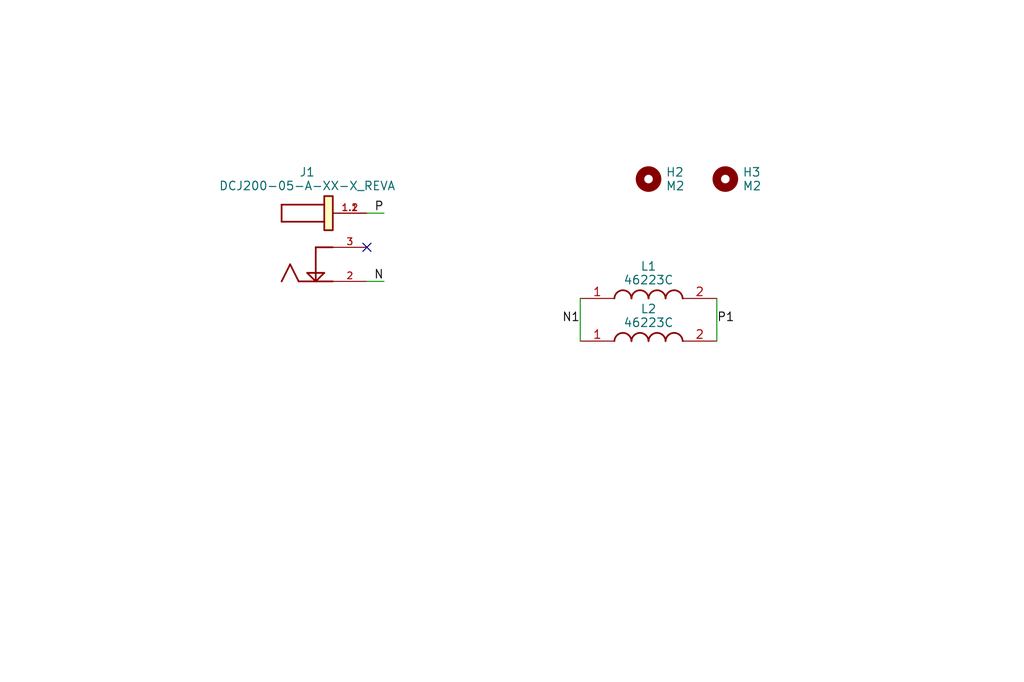
<source format=kicad_sch>
(kicad_sch (version 20230121) (generator eeschema)

  (uuid 24c45a69-1309-4a66-85dc-bd4044729c6d)

  (paper "User" 152.4 101.6)

  (lib_symbols
    (symbol "46223C:46223C" (pin_names hide) (in_bom yes) (on_board yes)
      (property "Reference" "L" (at 16.51 6.35 0)
        (effects (font (size 1.27 1.27)) (justify left top))
      )
      (property "Value" "46223C" (at 16.51 3.81 0)
        (effects (font (size 1.27 1.27)) (justify left top))
      )
      (property "Footprint" "INDPM7373X455N" (at 16.51 -96.19 0)
        (effects (font (size 1.27 1.27)) (justify left top) hide)
      )
      (property "Datasheet" "https://componentsearchengine.com/Datasheets/2/46223C.pdf" (at 16.51 -196.19 0)
        (effects (font (size 1.27 1.27)) (justify left top) hide)
      )
      (property "Height" "4.55" (at 16.51 -396.19 0)
        (effects (font (size 1.27 1.27)) (justify left top) hide)
      )
      (property "Mouser Part Number" "580-46223C" (at 16.51 -496.19 0)
        (effects (font (size 1.27 1.27)) (justify left top) hide)
      )
      (property "Mouser Price/Stock" "https://www.mouser.co.uk/ProductDetail/Murata-Power-Solutions/46223C?qs=ocmcTMnGEDhS84zdp8RtuA%3D%3D" (at 16.51 -596.19 0)
        (effects (font (size 1.27 1.27)) (justify left top) hide)
      )
      (property "Manufacturer_Name" "Murata Electronics" (at 16.51 -696.19 0)
        (effects (font (size 1.27 1.27)) (justify left top) hide)
      )
      (property "Manufacturer_Part_Number" "46223C" (at 16.51 -796.19 0)
        (effects (font (size 1.27 1.27)) (justify left top) hide)
      )
      (property "ki_description" "Fixed Inductors 22uH 1.8A SMT" (at 0 0 0)
        (effects (font (size 1.27 1.27)) hide)
      )
      (symbol "46223C_1_1"
        (arc (start 7.62 0) (mid 6.35 1.219) (end 5.08 0)
          (stroke (width 0.254) (type default))
          (fill (type none))
        )
        (arc (start 10.16 0) (mid 8.89 1.219) (end 7.62 0)
          (stroke (width 0.254) (type default))
          (fill (type none))
        )
        (arc (start 12.7 0) (mid 11.43 1.219) (end 10.16 0)
          (stroke (width 0.254) (type default))
          (fill (type none))
        )
        (arc (start 15.24 0) (mid 13.97 1.219) (end 12.7 0)
          (stroke (width 0.254) (type default))
          (fill (type none))
        )
        (pin passive line (at 0 0 0) (length 5.08)
          (name "1" (effects (font (size 1.27 1.27))))
          (number "1" (effects (font (size 1.27 1.27))))
        )
        (pin passive line (at 20.32 0 180) (length 5.08)
          (name "2" (effects (font (size 1.27 1.27))))
          (number "2" (effects (font (size 1.27 1.27))))
        )
      )
    )
    (symbol "DCJ200-05-A-XX-X_REVA:DCJ200-05-A-XX-X_REVA" (pin_names (offset 1.016)) (in_bom yes) (on_board yes)
      (property "Reference" "J" (at -5.0869 7.6304 0)
        (effects (font (size 1.27 1.27)) (justify left bottom))
      )
      (property "Value" "DCJ200-05-A-XX-X_REVA" (at -5.0876 -7.6314 0)
        (effects (font (size 1.27 1.27)) (justify left bottom))
      )
      (property "Footprint" "DCJ200-05-A-XX-X_REVA:GCT_DCJ200-05-A-XX-X_REVA" (at -2.54 16.51 0)
        (effects (font (size 1.27 1.27)) (justify bottom) hide)
      )
      (property "Datasheet" "" (at 0 0 0)
        (effects (font (size 1.27 1.27)) hide)
      )
      (property "MF" "Global Connector Technology" (at -1.27 12.7 0)
        (effects (font (size 1.27 1.27)) (justify bottom) hide)
      )
      (property "Description" "\nPower Barrel Connector Jack 2.05mm ID (0.081), 5.50mm OD (0.217) Surface Mount, Right Angle\n" (at 1.27 20.32 0)
        (effects (font (size 1.27 1.27)) (justify bottom) hide)
      )
      (property "Package" "None" (at -6.35 25.4 0)
        (effects (font (size 1.27 1.27)) (justify bottom) hide)
      )
      (property "Price" "None" (at 19.05 11.43 0)
        (effects (font (size 1.27 1.27)) (justify bottom) hide)
      )
      (property "Check_prices" "https://www.snapeda.com/parts/DCJ200-05-A-K1-A/Global+Connector+Technology/view-part/?ref=eda" (at -7.62 19.05 0)
        (effects (font (size 1.27 1.27)) (justify bottom) hide)
      )
      (property "SnapEDA_Link" "https://www.snapeda.com/parts/DCJ200-05-A-K1-A/Global+Connector+Technology/view-part/?ref=snap" (at -1.27 15.24 0)
        (effects (font (size 1.27 1.27)) (justify bottom) hide)
      )
      (property "MP" "DCJ200-05-A-K1-A" (at 0 10.16 0)
        (effects (font (size 1.27 1.27)) (justify bottom) hide)
      )
      (property "Availability" "In Stock" (at 6.35 24.13 0)
        (effects (font (size 1.27 1.27)) (justify bottom) hide)
      )
      (property "MANUFACTURER" "GCT" (at 26.67 11.43 0)
        (effects (font (size 1.27 1.27)) (justify bottom) hide)
      )
      (symbol "DCJ200-05-A-XX-X_REVA_0_0"
        (polyline
          (pts
            (xy -5.08 3.81)
            (xy -5.08 6.35)
          )
          (stroke (width 0.254) (type default))
          (fill (type none))
        )
        (polyline
          (pts
            (xy -5.08 3.81)
            (xy 1.27 3.81)
          )
          (stroke (width 0.254) (type default))
          (fill (type none))
        )
        (polyline
          (pts
            (xy -3.81 -2.54)
            (xy -5.08 -5.08)
          )
          (stroke (width 0.254) (type default))
          (fill (type none))
        )
        (polyline
          (pts
            (xy -2.54 -5.08)
            (xy -3.81 -2.54)
          )
          (stroke (width 0.254) (type default))
          (fill (type none))
        )
        (polyline
          (pts
            (xy -1.27 -3.81)
            (xy 1.27 -3.81)
          )
          (stroke (width 0.254) (type default))
          (fill (type none))
        )
        (polyline
          (pts
            (xy 0 -5.08)
            (xy -1.27 -3.81)
          )
          (stroke (width 0.254) (type default))
          (fill (type none))
        )
        (polyline
          (pts
            (xy 0 0)
            (xy 0 -5.08)
          )
          (stroke (width 0.254) (type default))
          (fill (type none))
        )
        (polyline
          (pts
            (xy 1.27 -3.81)
            (xy 0 -5.08)
          )
          (stroke (width 0.254) (type default))
          (fill (type none))
        )
        (polyline
          (pts
            (xy 1.27 6.35)
            (xy -5.08 6.35)
          )
          (stroke (width 0.254) (type default))
          (fill (type none))
        )
        (polyline
          (pts
            (xy 2.54 -5.08)
            (xy -2.54 -5.08)
          )
          (stroke (width 0.254) (type default))
          (fill (type none))
        )
        (polyline
          (pts
            (xy 2.54 0)
            (xy 0 0)
          )
          (stroke (width 0.254) (type default))
          (fill (type none))
        )
        (rectangle (start 1.27 7.62) (end 2.54 2.54)
          (stroke (width 0.254) (type default))
          (fill (type background))
        )
        (pin passive line (at 7.62 5.08 180) (length 5.08)
          (name "~" (effects (font (size 1.016 1.016))))
          (number "1.1" (effects (font (size 1.016 1.016))))
        )
        (pin passive line (at 7.62 5.08 180) (length 5.08)
          (name "~" (effects (font (size 1.016 1.016))))
          (number "1.2" (effects (font (size 1.016 1.016))))
        )
        (pin passive line (at 7.62 -5.08 180) (length 5.08)
          (name "~" (effects (font (size 1.016 1.016))))
          (number "2" (effects (font (size 1.016 1.016))))
        )
        (pin passive line (at 7.62 0 180) (length 5.08)
          (name "~" (effects (font (size 1.016 1.016))))
          (number "3" (effects (font (size 1.016 1.016))))
        )
      )
    )
    (symbol "Mechanical:MountingHole" (pin_names (offset 1.016)) (in_bom yes) (on_board yes)
      (property "Reference" "H" (at 0 5.08 0)
        (effects (font (size 1.27 1.27)))
      )
      (property "Value" "MountingHole" (at 0 3.175 0)
        (effects (font (size 1.27 1.27)))
      )
      (property "Footprint" "" (at 0 0 0)
        (effects (font (size 1.27 1.27)) hide)
      )
      (property "Datasheet" "~" (at 0 0 0)
        (effects (font (size 1.27 1.27)) hide)
      )
      (property "ki_keywords" "mounting hole" (at 0 0 0)
        (effects (font (size 1.27 1.27)) hide)
      )
      (property "ki_description" "Mounting Hole without connection" (at 0 0 0)
        (effects (font (size 1.27 1.27)) hide)
      )
      (property "ki_fp_filters" "MountingHole*" (at 0 0 0)
        (effects (font (size 1.27 1.27)) hide)
      )
      (symbol "MountingHole_0_1"
        (circle (center 0 0) (radius 1.27)
          (stroke (width 1.27) (type default))
          (fill (type none))
        )
      )
    )
  )


  (no_connect (at 54.61 36.83) (uuid b9d9525b-f321-4921-b361-6034a5ce96e5))

  (wire (pts (xy 86.36 44.45) (xy 86.36 50.8))
    (stroke (width 0) (type default))
    (uuid 26c96056-c6d8-457b-9e53-65d1f8ade1a5)
  )
  (wire (pts (xy 106.68 44.45) (xy 106.68 50.8))
    (stroke (width 0) (type default))
    (uuid 43dc1380-e109-415b-8698-fc5142a8fba8)
  )
  (wire (pts (xy 54.61 41.91) (xy 57.15 41.91))
    (stroke (width 0) (type default))
    (uuid 91a9fcbd-ab9f-4594-9fae-9ec3332a26e6)
  )
  (wire (pts (xy 54.61 31.75) (xy 57.15 31.75))
    (stroke (width 0) (type default))
    (uuid e9cb2e7b-39e7-451d-8763-723327e23854)
  )

  (label "P1" (at 106.68 48.26 0) (fields_autoplaced)
    (effects (font (size 1.27 1.27)) (justify left bottom))
    (uuid 176ac41b-0bb9-41ed-bb1f-e05a09509191)
  )
  (label "N" (at 57.15 41.91 180) (fields_autoplaced)
    (effects (font (size 1.27 1.27)) (justify right bottom))
    (uuid 69c39a0c-3eb6-40b0-a68d-35481538b53f)
  )
  (label "P" (at 57.15 31.75 180) (fields_autoplaced)
    (effects (font (size 1.27 1.27)) (justify right bottom))
    (uuid b5322e38-850e-42b2-be01-7a8a921bd446)
  )
  (label "N1" (at 86.36 48.26 180) (fields_autoplaced)
    (effects (font (size 1.27 1.27)) (justify right bottom))
    (uuid f6881445-2510-4d90-b719-5393db2b7a56)
  )

  (symbol (lib_id "46223C:46223C") (at 86.36 44.45 0) (unit 1)
    (in_bom yes) (on_board yes) (dnp no) (fields_autoplaced)
    (uuid 3104ea8b-a90d-4029-be4a-18af3ff11829)
    (property "Reference" "L1" (at 96.52 39.651 0)
      (effects (font (size 1.27 1.27)))
    )
    (property "Value" "46223C" (at 96.52 41.699 0)
      (effects (font (size 1.27 1.27)))
    )
    (property "Footprint" "Mylib:INDPM7373X455N" (at 102.87 140.64 0)
      (effects (font (size 1.27 1.27)) (justify left top) hide)
    )
    (property "Datasheet" "https://componentsearchengine.com/Datasheets/2/46223C.pdf" (at 102.87 240.64 0)
      (effects (font (size 1.27 1.27)) (justify left top) hide)
    )
    (property "Height" "4.55" (at 102.87 440.64 0)
      (effects (font (size 1.27 1.27)) (justify left top) hide)
    )
    (property "Mouser Part Number" "580-46223C" (at 102.87 540.64 0)
      (effects (font (size 1.27 1.27)) (justify left top) hide)
    )
    (property "Mouser Price/Stock" "https://www.mouser.co.uk/ProductDetail/Murata-Power-Solutions/46223C?qs=ocmcTMnGEDhS84zdp8RtuA%3D%3D" (at 102.87 640.64 0)
      (effects (font (size 1.27 1.27)) (justify left top) hide)
    )
    (property "Manufacturer_Name" "Murata Electronics" (at 102.87 740.64 0)
      (effects (font (size 1.27 1.27)) (justify left top) hide)
    )
    (property "Manufacturer_Part_Number" "46223C" (at 102.87 840.64 0)
      (effects (font (size 1.27 1.27)) (justify left top) hide)
    )
    (pin "1" (uuid f0e74898-0fa7-41e4-a17d-2045ff59add0))
    (pin "2" (uuid 4f4aac3e-b5cb-4cf0-8267-9409d09f3470))
    (instances
      (project "PWR_module"
        (path "/24c45a69-1309-4a66-85dc-bd4044729c6d"
          (reference "L1") (unit 1)
        )
      )
    )
  )

  (symbol (lib_id "Mechanical:MountingHole") (at 107.95 26.67 0) (unit 1)
    (in_bom yes) (on_board yes) (dnp no) (fields_autoplaced)
    (uuid 70f6f18b-7156-4f1b-9729-564e4ae36466)
    (property "Reference" "H3" (at 110.49 25.646 0)
      (effects (font (size 1.27 1.27)) (justify left))
    )
    (property "Value" "M2" (at 110.49 27.694 0)
      (effects (font (size 1.27 1.27)) (justify left))
    )
    (property "Footprint" "MountingHole:MountingHole_2.2mm_M2" (at 107.95 26.67 0)
      (effects (font (size 1.27 1.27)) hide)
    )
    (property "Datasheet" "~" (at 107.95 26.67 0)
      (effects (font (size 1.27 1.27)) hide)
    )
    (instances
      (project "PWR_module"
        (path "/24c45a69-1309-4a66-85dc-bd4044729c6d"
          (reference "H3") (unit 1)
        )
      )
    )
  )

  (symbol (lib_id "Mechanical:MountingHole") (at 96.52 26.67 0) (unit 1)
    (in_bom yes) (on_board yes) (dnp no) (fields_autoplaced)
    (uuid b047ddd5-6d8d-43ac-a5fd-22e7f10d77d1)
    (property "Reference" "H2" (at 99.06 25.646 0)
      (effects (font (size 1.27 1.27)) (justify left))
    )
    (property "Value" "M2" (at 99.06 27.694 0)
      (effects (font (size 1.27 1.27)) (justify left))
    )
    (property "Footprint" "MountingHole:MountingHole_2.2mm_M2" (at 96.52 26.67 0)
      (effects (font (size 1.27 1.27)) hide)
    )
    (property "Datasheet" "~" (at 96.52 26.67 0)
      (effects (font (size 1.27 1.27)) hide)
    )
    (instances
      (project "PWR_module"
        (path "/24c45a69-1309-4a66-85dc-bd4044729c6d"
          (reference "H2") (unit 1)
        )
      )
    )
  )

  (symbol (lib_id "DCJ200-05-A-XX-X_REVA:DCJ200-05-A-XX-X_REVA") (at 46.99 36.83 0) (unit 1)
    (in_bom yes) (on_board yes) (dnp no) (fields_autoplaced)
    (uuid e3ab6942-6bdf-4556-8d56-a6483e142c2e)
    (property "Reference" "J1" (at 45.72 25.63 0)
      (effects (font (size 1.27 1.27)))
    )
    (property "Value" "DCJ200-05-A-XX-X_REVA" (at 45.72 27.678 0)
      (effects (font (size 1.27 1.27)))
    )
    (property "Footprint" "Mylib:GCT_DCJ200-05-A-XX-X_REVA" (at 44.45 20.32 0)
      (effects (font (size 1.27 1.27)) (justify bottom) hide)
    )
    (property "Datasheet" "" (at 46.99 36.83 0)
      (effects (font (size 1.27 1.27)) hide)
    )
    (property "MF" "Global Connector Technology" (at 45.72 24.13 0)
      (effects (font (size 1.27 1.27)) (justify bottom) hide)
    )
    (property "Description" "\nPower Barrel Connector Jack 2.05mm ID (0.081), 5.50mm OD (0.217) Surface Mount, Right Angle\n" (at 48.26 16.51 0)
      (effects (font (size 1.27 1.27)) (justify bottom) hide)
    )
    (property "Package" "None" (at 40.64 11.43 0)
      (effects (font (size 1.27 1.27)) (justify bottom) hide)
    )
    (property "Price" "None" (at 66.04 25.4 0)
      (effects (font (size 1.27 1.27)) (justify bottom) hide)
    )
    (property "Check_prices" "https://www.snapeda.com/parts/DCJ200-05-A-K1-A/Global+Connector+Technology/view-part/?ref=eda" (at 39.37 17.78 0)
      (effects (font (size 1.27 1.27)) (justify bottom) hide)
    )
    (property "SnapEDA_Link" "https://www.snapeda.com/parts/DCJ200-05-A-K1-A/Global+Connector+Technology/view-part/?ref=snap" (at 45.72 21.59 0)
      (effects (font (size 1.27 1.27)) (justify bottom) hide)
    )
    (property "MP" "DCJ200-05-A-K1-A" (at 46.99 26.67 0)
      (effects (font (size 1.27 1.27)) (justify bottom) hide)
    )
    (property "Availability" "In Stock" (at 53.34 12.7 0)
      (effects (font (size 1.27 1.27)) (justify bottom) hide)
    )
    (property "MANUFACTURER" "GCT" (at 73.66 25.4 0)
      (effects (font (size 1.27 1.27)) (justify bottom) hide)
    )
    (pin "1.1" (uuid b7304e9b-e355-4b6e-8ccb-3ca311f487e5))
    (pin "1.2" (uuid 3615facb-9831-45c3-9378-cb12d9cdccb8))
    (pin "2" (uuid 7a7dfc3c-ebf8-45e3-99ad-b8f3a0558f0f))
    (pin "3" (uuid 3b8d6329-8a21-4e5f-a488-7d9eba82664f))
    (instances
      (project "PWR_module"
        (path "/24c45a69-1309-4a66-85dc-bd4044729c6d"
          (reference "J1") (unit 1)
        )
      )
    )
  )

  (symbol (lib_id "46223C:46223C") (at 86.36 50.8 0) (unit 1)
    (in_bom yes) (on_board yes) (dnp no) (fields_autoplaced)
    (uuid fe1b3614-e3a9-4a57-a6e6-e9982391f00d)
    (property "Reference" "L2" (at 96.52 46.001 0)
      (effects (font (size 1.27 1.27)))
    )
    (property "Value" "46223C" (at 96.52 48.049 0)
      (effects (font (size 1.27 1.27)))
    )
    (property "Footprint" "Mylib:INDPM7373X455N" (at 102.87 146.99 0)
      (effects (font (size 1.27 1.27)) (justify left top) hide)
    )
    (property "Datasheet" "https://componentsearchengine.com/Datasheets/2/46223C.pdf" (at 102.87 246.99 0)
      (effects (font (size 1.27 1.27)) (justify left top) hide)
    )
    (property "Height" "4.55" (at 102.87 446.99 0)
      (effects (font (size 1.27 1.27)) (justify left top) hide)
    )
    (property "Mouser Part Number" "580-46223C" (at 102.87 546.99 0)
      (effects (font (size 1.27 1.27)) (justify left top) hide)
    )
    (property "Mouser Price/Stock" "https://www.mouser.co.uk/ProductDetail/Murata-Power-Solutions/46223C?qs=ocmcTMnGEDhS84zdp8RtuA%3D%3D" (at 102.87 646.99 0)
      (effects (font (size 1.27 1.27)) (justify left top) hide)
    )
    (property "Manufacturer_Name" "Murata Electronics" (at 102.87 746.99 0)
      (effects (font (size 1.27 1.27)) (justify left top) hide)
    )
    (property "Manufacturer_Part_Number" "46223C" (at 102.87 846.99 0)
      (effects (font (size 1.27 1.27)) (justify left top) hide)
    )
    (pin "1" (uuid 6a8d1cb1-44c3-413e-b58d-128177614867))
    (pin "2" (uuid 471bc326-6b3c-43f1-a4b1-d19c08d2ba6d))
    (instances
      (project "PWR_module"
        (path "/24c45a69-1309-4a66-85dc-bd4044729c6d"
          (reference "L2") (unit 1)
        )
      )
    )
  )

  (sheet_instances
    (path "/" (page "1"))
  )
)

</source>
